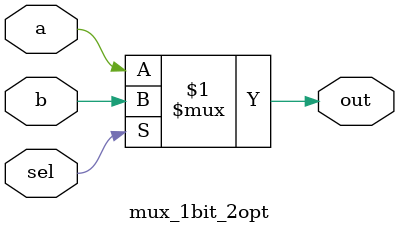
<source format=v>
`timescale 1ns / 1ps

module mux_1bit_2opt(
	input a,
	input b,
	input sel,
	output out
   );
	
	assign out = (sel) ? b : a;


endmodule

</source>
